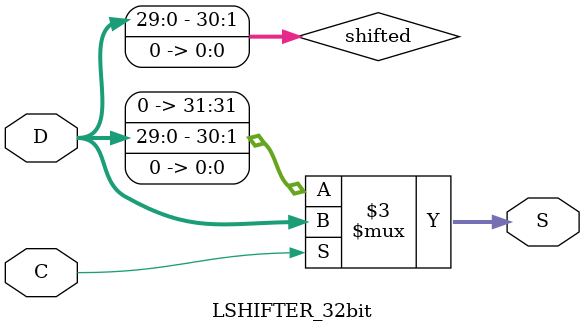
<source format=v>
module LSHIFTER_32bit(S, D, C);

// I/O port declaration
input [31:0] D;
input C;
output [31:0] S;

//internal nets
wire C1;
wire [30:0] shifted;

//Instantiate logic gate primitives
not not1(C1,C);
assign shifted = {D[29:0], 1'b0};

assign S = (C1 == 1'b1) ? shifted : D;

endmodule
</source>
